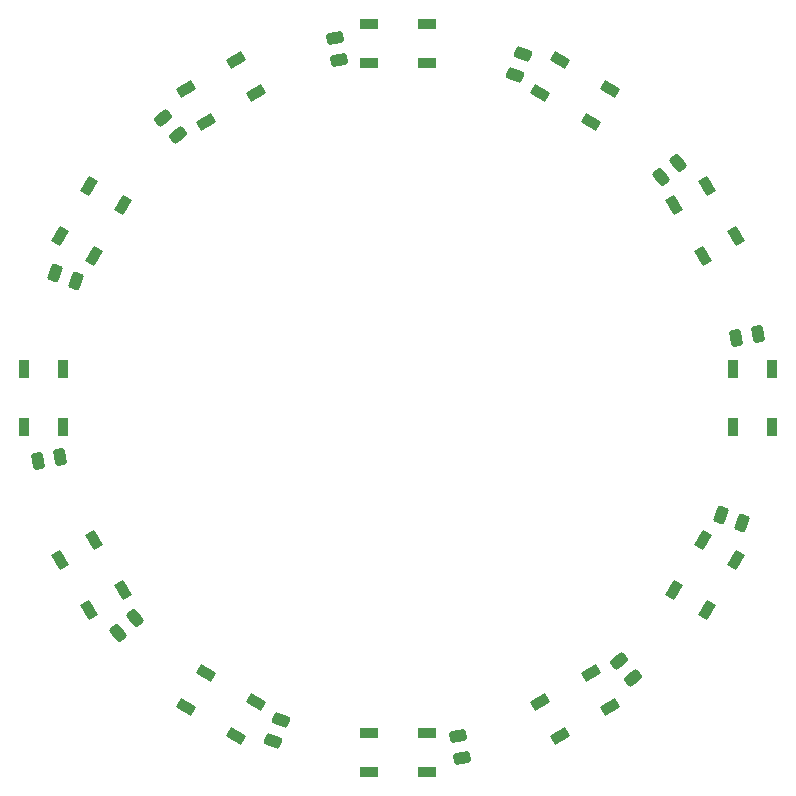
<source format=gbr>
%TF.GenerationSoftware,KiCad,Pcbnew,8.0.7*%
%TF.CreationDate,2024-12-28T18:39:16-05:00*%
%TF.ProjectId,nob,6e6f622e-6b69-4636-9164-5f7063625858,rev?*%
%TF.SameCoordinates,Original*%
%TF.FileFunction,Paste,Bot*%
%TF.FilePolarity,Positive*%
%FSLAX46Y46*%
G04 Gerber Fmt 4.6, Leading zero omitted, Abs format (unit mm)*
G04 Created by KiCad (PCBNEW 8.0.7) date 2024-12-28 18:39:16*
%MOMM*%
%LPD*%
G01*
G04 APERTURE LIST*
G04 Aperture macros list*
%AMRoundRect*
0 Rectangle with rounded corners*
0 $1 Rounding radius*
0 $2 $3 $4 $5 $6 $7 $8 $9 X,Y pos of 4 corners*
0 Add a 4 corners polygon primitive as box body*
4,1,4,$2,$3,$4,$5,$6,$7,$8,$9,$2,$3,0*
0 Add four circle primitives for the rounded corners*
1,1,$1+$1,$2,$3*
1,1,$1+$1,$4,$5*
1,1,$1+$1,$6,$7*
1,1,$1+$1,$8,$9*
0 Add four rect primitives between the rounded corners*
20,1,$1+$1,$2,$3,$4,$5,0*
20,1,$1+$1,$4,$5,$6,$7,0*
20,1,$1+$1,$6,$7,$8,$9,0*
20,1,$1+$1,$8,$9,$2,$3,0*%
G04 Aperture macros list end*
%ADD10RoundRect,0.250000X0.397383X0.360849X-0.072464X0.531859X-0.397383X-0.360849X0.072464X-0.531859X0*%
%ADD11RoundRect,0.250000X0.511196X-0.163719X0.424372X0.328685X-0.511196X0.163719X-0.424372X-0.328685X0*%
%ADD12RoundRect,0.250000X0.163719X0.511196X-0.328685X0.424372X-0.163719X-0.511196X0.328685X-0.424372X0*%
%ADD13RoundRect,0.090000X0.391577X0.641769X-0.751577X-0.018231X-0.391577X-0.641769X0.751577X0.018231X0*%
%ADD14RoundRect,0.090000X-0.360000X0.660000X-0.360000X-0.660000X0.360000X-0.660000X0.360000X0.660000X0*%
%ADD15RoundRect,0.090000X0.751577X-0.018231X-0.391577X0.641769X-0.751577X0.018231X0.391577X-0.641769X0*%
%ADD16RoundRect,0.090000X-0.660000X-0.360000X0.660000X-0.360000X0.660000X0.360000X-0.660000X0.360000X0*%
%ADD17RoundRect,0.090000X0.660000X0.360000X-0.660000X0.360000X-0.660000X-0.360000X0.660000X-0.360000X0*%
%ADD18RoundRect,0.250000X-0.163719X-0.511196X0.328685X-0.424372X0.163719X0.511196X-0.328685X0.424372X0*%
%ADD19RoundRect,0.250000X-0.113813X0.524568X-0.496835X0.203174X0.113813X-0.524568X0.496835X-0.203174X0*%
%ADD20RoundRect,0.090000X-0.641769X0.391577X0.018231X-0.751577X0.641769X-0.391577X-0.018231X0.751577X0*%
%ADD21RoundRect,0.250000X0.360849X-0.397383X0.531859X0.072464X-0.360849X0.397383X-0.531859X-0.072464X0*%
%ADD22RoundRect,0.090000X0.641769X-0.391577X-0.018231X0.751577X-0.641769X0.391577X0.018231X-0.751577X0*%
%ADD23RoundRect,0.090000X0.018231X0.751577X-0.641769X-0.391577X-0.018231X-0.751577X0.641769X0.391577X0*%
%ADD24RoundRect,0.090000X-0.751577X0.018231X0.391577X-0.641769X0.751577X-0.018231X-0.391577X0.641769X0*%
%ADD25RoundRect,0.250000X0.113813X-0.524568X0.496835X-0.203174X-0.113813X0.524568X-0.496835X0.203174X0*%
%ADD26RoundRect,0.090000X0.360000X-0.660000X0.360000X0.660000X-0.360000X0.660000X-0.360000X-0.660000X0*%
%ADD27RoundRect,0.250000X-0.360849X0.397383X-0.531859X-0.072464X0.360849X-0.397383X0.531859X0.072464X0*%
%ADD28RoundRect,0.250000X0.524568X0.113813X0.203174X0.496835X-0.524568X-0.113813X-0.203174X-0.496835X0*%
%ADD29RoundRect,0.250000X-0.511196X0.163719X-0.424372X-0.328685X0.511196X-0.163719X0.424372X0.328685X0*%
%ADD30RoundRect,0.090000X-0.018231X-0.751577X0.641769X0.391577X0.018231X0.751577X-0.641769X-0.391577X0*%
%ADD31RoundRect,0.250000X-0.524568X-0.113813X-0.203174X-0.496835X0.524568X0.113813X0.203174X0.496835X0*%
%ADD32RoundRect,0.090000X-0.391577X-0.641769X0.751577X0.018231X0.391577X0.641769X-0.751577X-0.018231X0*%
%ADD33RoundRect,0.250000X-0.397383X-0.360849X0.072464X-0.531859X0.397383X0.360849X-0.072464X0.531859X0*%
G04 APERTURE END LIST*
D10*
%TO.C,C13*%
X159083487Y-80585523D03*
X157298071Y-79935685D03*
%TD*%
D11*
%TO.C,C11*%
X135374411Y-100479800D03*
X135044479Y-98608666D03*
%TD*%
D12*
%TO.C,C2*%
X160479800Y-64625589D03*
X158608666Y-64955521D03*
%TD*%
D13*
%TO.C,D5*%
X146296762Y-93326820D03*
X147946762Y-96184704D03*
X143703238Y-98634704D03*
X142053238Y-95776820D03*
%TD*%
D14*
%TO.C,D7*%
X158350000Y-67550000D03*
X161650000Y-67550000D03*
X161650000Y-72450000D03*
X158350000Y-72450000D03*
%TD*%
D15*
%TO.C,D3*%
X117946762Y-95776820D03*
X116296762Y-98634704D03*
X112053238Y-96184704D03*
X113703238Y-93326820D03*
%TD*%
D16*
%TO.C,D10*%
X127550000Y-41650000D03*
X127550000Y-38350000D03*
X132450000Y-38350000D03*
X132450000Y-41650000D03*
%TD*%
D17*
%TO.C,D4*%
X132450000Y-98350000D03*
X132450000Y-101650000D03*
X127550000Y-101650000D03*
X127550000Y-98350000D03*
%TD*%
D18*
%TO.C,C8*%
X99520200Y-75374411D03*
X101391334Y-75044479D03*
%TD*%
D19*
%TO.C,C3*%
X153709075Y-50105724D03*
X152253591Y-51327020D03*
%TD*%
D20*
%TO.C,D8*%
X153326820Y-53703238D03*
X156184704Y-52053238D03*
X158634704Y-56296762D03*
X155776820Y-57946762D03*
%TD*%
D21*
%TO.C,C10*%
X119414477Y-99083487D03*
X120064315Y-97298071D03*
%TD*%
D22*
%TO.C,D2*%
X106673180Y-86296762D03*
X103815296Y-87946762D03*
X101365296Y-83703238D03*
X104223180Y-82053238D03*
%TD*%
D23*
%TO.C,D6*%
X155776820Y-82053238D03*
X158634704Y-83703238D03*
X156184704Y-87946762D03*
X153326820Y-86296762D03*
%TD*%
D24*
%TO.C,D9*%
X142053238Y-44223180D03*
X143703238Y-41365296D03*
X147946762Y-43815296D03*
X146296762Y-46673180D03*
%TD*%
D25*
%TO.C,C9*%
X106290925Y-89894276D03*
X107746409Y-88672980D03*
%TD*%
D26*
%TO.C,D1*%
X101650000Y-72450000D03*
X98350000Y-72450000D03*
X98350000Y-67550000D03*
X101650000Y-67550000D03*
%TD*%
D27*
%TO.C,C4*%
X140585523Y-40916513D03*
X139935685Y-42701929D03*
%TD*%
D28*
%TO.C,C12*%
X149894276Y-93709075D03*
X148672980Y-92253591D03*
%TD*%
D29*
%TO.C,C5*%
X124625589Y-39520200D03*
X124955521Y-41391334D03*
%TD*%
D30*
%TO.C,D12*%
X104223180Y-57946762D03*
X101365296Y-56296762D03*
X103815296Y-52053238D03*
X106673180Y-53703238D03*
%TD*%
D31*
%TO.C,C6*%
X110105724Y-46290925D03*
X111327020Y-47746409D03*
%TD*%
D32*
%TO.C,D11*%
X113703238Y-46673180D03*
X112053238Y-43815296D03*
X116296762Y-41365296D03*
X117946762Y-44223180D03*
%TD*%
D33*
%TO.C,C7*%
X100916513Y-59414477D03*
X102701929Y-60064315D03*
%TD*%
M02*

</source>
